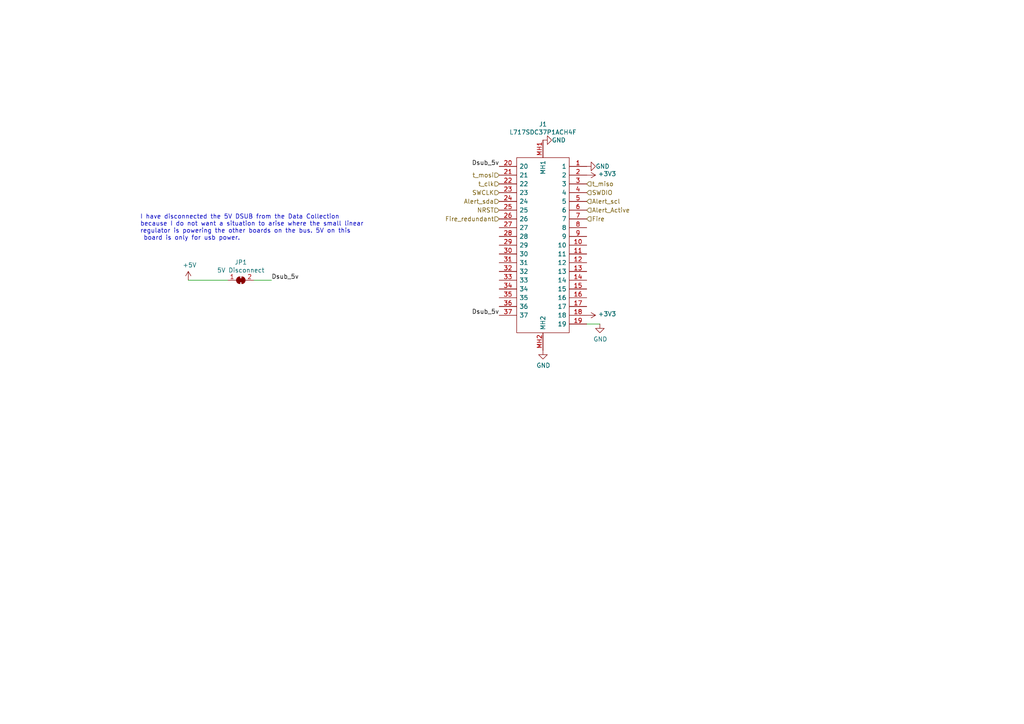
<source format=kicad_sch>
(kicad_sch (version 20211123) (generator eeschema)
  (paper "A4")
  (title_block (date "2021-12-06"))
  (lib_symbols
    (symbol "Data_Collection_KiCAD_Project-rescue:L717SDC37P1ACH4F-SamacSys_Parts-Charges_KiCAD_Project-rescue" (pin_names (offset 0.762))
      (property "Reference" "J" (at 57.15 12.7 0))
      (property "Value" "Data_Collection_KiCAD_Project-rescue_L717SDC37P1ACH4F-SamacSys_Parts-Charges_KiCAD_Project-rescue" (at 57.15 10.16 0))
      (symbol "L717SDC37P1ACH4F-SamacSys_Parts-Charges_KiCAD_Project-rescue_0_0"
        (pin passive line (at 7.62 12.7 270) (length 5.08) (name "1") (number "1"))
        (pin passive line (at 30.48 12.7 270) (length 5.08) (name "10") (number "10"))
        (pin passive line (at 33.02 12.7 270) (length 5.08) (name "11") (number "11"))
        (pin passive line (at 35.56 12.7 270) (length 5.08) (name "12") (number "12"))
        (pin passive line (at 38.1 12.7 270) (length 5.08) (name "13") (number "13"))
        (pin passive line (at 40.64 12.7 270) (length 5.08) (name "14") (number "14"))
        (pin passive line (at 43.18 12.7 270) (length 5.08) (name "15") (number "15"))
        (pin passive line (at 45.72 12.7 270) (length 5.08) (name "16") (number "16"))
        (pin passive line (at 48.26 12.7 270) (length 5.08) (name "17") (number "17"))
        (pin passive line (at 50.8 12.7 270) (length 5.08) (name "18") (number "18"))
        (pin passive line (at 53.34 12.7 270) (length 5.08) (name "19") (number "19"))
        (pin passive line (at 10.16 12.7 270) (length 5.08) (name "2") (number "2"))
        (pin passive line (at 7.62 -12.7 90) (length 5.08) (name "20") (number "20"))
        (pin passive line (at 10.16 -12.7 90) (length 5.08) (name "21") (number "21"))
        (pin passive line (at 12.7 -12.7 90) (length 5.08) (name "22") (number "22"))
        (pin passive line (at 15.24 -12.7 90) (length 5.08) (name "23") (number "23"))
        (pin passive line (at 17.78 -12.7 90) (length 5.08) (name "24") (number "24"))
        (pin passive line (at 20.32 -12.7 90) (length 5.08) (name "25") (number "25"))
        (pin passive line (at 22.86 -12.7 90) (length 5.08) (name "26") (number "26"))
        (pin passive line (at 25.4 -12.7 90) (length 5.08) (name "27") (number "27"))
        (pin passive line (at 27.94 -12.7 90) (length 5.08) (name "28") (number "28"))
        (pin passive line (at 30.48 -12.7 90) (length 5.08) (name "29") (number "29"))
        (pin passive line (at 12.7 12.7 270) (length 5.08) (name "3") (number "3"))
        (pin passive line (at 33.02 -12.7 90) (length 5.08) (name "30") (number "30"))
        (pin passive line (at 35.56 -12.7 90) (length 5.08) (name "31") (number "31"))
        (pin passive line (at 38.1 -12.7 90) (length 5.08) (name "32") (number "32"))
        (pin passive line (at 40.64 -12.7 90) (length 5.08) (name "33") (number "33"))
        (pin passive line (at 43.18 -12.7 90) (length 5.08) (name "34") (number "34"))
        (pin passive line (at 45.72 -12.7 90) (length 5.08) (name "35") (number "35"))
        (pin passive line (at 48.26 -12.7 90) (length 5.08) (name "36") (number "36"))
        (pin passive line (at 50.8 -12.7 90) (length 5.08) (name "37") (number "37"))
        (pin passive line (at 15.24 12.7 270) (length 5.08) (name "4") (number "4"))
        (pin passive line (at 17.78 12.7 270) (length 5.08) (name "5") (number "5"))
        (pin passive line (at 20.32 12.7 270) (length 5.08) (name "6") (number "6"))
        (pin passive line (at 22.86 12.7 270) (length 5.08) (name "7") (number "7"))
        (pin passive line (at 25.4 12.7 270) (length 5.08) (name "8") (number "8"))
        (pin passive line (at 27.94 12.7 270) (length 5.08) (name "9") (number "9"))
        (pin passive line (at 0 0 0) (length 5.08) (name "MH1") (number "MH1"))
        (pin passive line (at 60.96 0 180) (length 5.08) (name "MH2") (number "MH2"))
      )
      (symbol "L717SDC37P1ACH4F-SamacSys_Parts-Charges_KiCAD_Project-rescue_0_1"
        (polyline (pts (xy 5.08 7.62) (xy 55.88 7.62) (xy 55.88 -7.62) (xy 5.08 -7.62) (xy 5.08 7.62)) (stroke (width 0.1524)))
      )
    )
    (symbol "Jumper:SolderJumper_2_Bridged" (pin_names (offset 0) hide)
      (property "Reference" "JP" (at 0 2.032 0))
      (property "Value" "SolderJumper_2_Bridged" (at 0 -2.54 0))
      (symbol "SolderJumper_2_Bridged_0_1"
        (rectangle (start -0.508 0.508) (end 0.508 -0.508) (fill (type outline)))
        (arc (start -0.254 1.016) (mid -1.27 0) (end -0.254 -1.016))
        (arc (start -0.254 1.016) (mid -1.27 0) (end -0.254 -1.016) (fill (type outline)))
        (polyline (pts (xy -0.254 1.016) (xy -0.254 -1.016)))
        (polyline (pts (xy 0.254 1.016) (xy 0.254 -1.016)))
        (arc (start 0.254 -1.016) (mid 1.27 0) (end 0.254 1.016))
        (arc (start 0.254 -1.016) (mid 1.27 0) (end 0.254 1.016) (fill (type outline)))
      )
      (symbol "SolderJumper_2_Bridged_1_1"
        (pin passive line (at -3.81 0 0) (length 2.54) (name "A") (number "1"))
        (pin passive line (at 3.81 0 180) (length 2.54) (name "B") (number "2"))
      )
    )
    (symbol "power:+3.3V" (power) (pin_names (offset 0))
      (property "Value" "+3.3V" (at 0 3.556 0))
      (symbol "+3.3V_0_1"
        (polyline (pts (xy -0.762 1.27) (xy 0 2.54)))
        (polyline (pts (xy 0 0) (xy 0 2.54)))
        (polyline (pts (xy 0 2.54) (xy 0.762 1.27)))
      )
      (symbol "+3.3V_1_1"
        (pin power_in line (at 0 0 90) (length 0) hide (name "+3V3") (number "1"))
      )
    )
    (symbol "power:+5V" (power) (pin_names (offset 0))
      (property "Value" "+5V" (at 0 3.556 0))
      (symbol "+5V_0_1"
        (polyline (pts (xy -0.762 1.27) (xy 0 2.54)))
        (polyline (pts (xy 0 0) (xy 0 2.54)))
        (polyline (pts (xy 0 2.54) (xy 0.762 1.27)))
      )
      (symbol "+5V_1_1"
        (pin power_in line (at 0 0 90) (length 0) hide (name "+5V") (number "1"))
      )
    )
    (symbol "power:GND" (power) (pin_names (offset 0))
      (property "Value" "GND" (at 0 -3.81 0))
      (symbol "GND_0_1"
        (polyline (pts (xy 0 0) (xy 0 -1.27) (xy 1.27 -1.27) (xy 0 -2.54) (xy -1.27 -1.27) (xy 0 -1.27)))
      )
      (symbol "GND_1_1"
        (pin power_in line (at 0 0 270) (length 0) hide (name "GND") (number "1"))
      )
    )
  )
  (wire (pts (xy 73.66 81.28) (xy 78.74 81.28)))
  (wire (pts (xy 173.99 93.98) (xy 170.18 93.98)))
  (wire (pts (xy 66.04 81.28) (xy 54.61 81.28)))
  (text "I have disconnected the 5V DSUB from the Data Collection \nbecause I do not want a situation to arise where the small linear \nregulator is powering the other boards on the bus. 5V on this\n board is only for usb power." (at 40.64 69.85 0) (effects (font (size 1.27 1.27)) (justify left bottom)))
  (label "Dsub_5v" (at 144.78 48.26 180))
  (label "Dsub_5v" (at 144.78 91.44 180))
  (label "Dsub_5v" (at 78.74 81.28 0))
  (hierarchical_label "Alert_sda" (shape input) (at 144.78 58.42 180))
  (hierarchical_label "t_mosi" (shape input) (at 144.78 50.8 180))
  (hierarchical_label "Fire_redundant" (shape input) (at 144.78 63.5 180))
  (hierarchical_label "SWCLK" (shape input) (at 144.78 55.88 180))
  (hierarchical_label "Alert_Active" (shape input) (at 170.18 60.96 0))
  (hierarchical_label "t_clk" (shape input) (at 144.78 53.34 180))
  (hierarchical_label "Fire" (shape input) (at 170.18 63.5 0))
  (hierarchical_label "t_miso" (shape input) (at 170.18 53.34 0))
  (hierarchical_label "SWDIO" (shape input) (at 170.18 55.88 0))
  (hierarchical_label "Alert_scl" (shape input) (at 170.18 58.42 0))
  (hierarchical_label "NRST" (shape input) (at 144.78 60.96 180))
  (symbol (lib_id "power:+3.3V") (at 170.18 50.8 270) (mirror x) (unit 1)
    (property "Reference" "#PWR09" (effects hide))
    (property "Value" "+3.3V" (at 173.4312 50.419 90) (effects (justify left)))
  )
  (symbol (lib_id "power:+3.3V") (at 170.18 91.44 270) (mirror x) (unit 1)
    (property "Reference" "#PWR010" (effects hide))
    (property "Value" "+3.3V" (at 173.4312 91.059 90) (effects (justify left)))
  )
  (symbol (lib_id "Jumper:SolderJumper_2_Bridged") (at 69.85 81.28 0) (unit 1)
    (property "Reference" "JP1" (at 69.85 76.073 0))
    (property "Value" "5V Disconnect" (at 69.85 78.3844 0))
    (property "Footprint" "Jumper:SolderJumper-2_P1.3mm_Open_Pad1.0x1.5mm" (effects hide))
  )
  (symbol (lib_id "power:+5V") (at 54.61 81.28 0) (unit 1)
    (property "Reference" "#PWR05" (effects hide))
    (property "Value" "+5V" (at 54.991 76.8858 0))
  )
  (symbol (lib_id "power:GND") (at 173.99 93.98 0) (unit 1)
    (property "Reference" "#PWR011" (effects hide))
    (property "Value" "GND" (at 174.117 98.3742 0))
  )
  (symbol (lib_id "power:GND") (at 157.48 40.64 90) (unit 1)
    (property "Reference" "#PWR06" (effects hide))
    (property "Value" "GND" (at 160.02 40.64 90) (effects (justify right)))
  )
  (symbol (lib_id "Data_Collection_KiCAD_Project-rescue:L717SDC37P1ACH4F-SamacSys_Parts-Charges_KiCAD_Project-rescue") (at 157.48 40.64 270) (unit 1)
    (property "Reference" "J1" (at 157.48 36.0426 90))
    (property "Value" "L717SDC37P1ACH4F" (at 157.48 38.354 90))
    (property "Footprint" "RDT_Custom_Footprints:L717SDC37P1ACH4F" (effects hide))
    (property "Datasheet" "https://cdn.amphenol-icc.com/media/wysiwyg/files/drawing/l717sdxxxp1ach4f.pdf" (effects hide))
    (property "Description" "D-Sub Standard Connectors 37P Sz C Std Density Pin Screwlock 4-40" (effects hide))
    (property "Height" "12.93" (effects hide))
    (property "Mouser Part Number" "523-L717SDC37P1ACH4F" (effects hide))
    (property "Mouser Price/Stock" "https://www.mouser.co.uk/ProductDetail/Amphenol-Commercial-Products/L717SDC37P1ACH4F?qs=wLKqLMNa9uLzTtnbxoO2Ng%3D%3D" (effects hide))
    (property "Manufacturer_Name" "Amphenol" (effects hide))
    (property "Manufacturer_Part_Number" "L717SDC37P1ACH4F" (effects hide))
  )
  (symbol (lib_id "power:GND") (at 170.18 48.26 90) (unit 1)
    (property "Reference" "#PWR08" (effects hide))
    (property "Value" "GND" (at 172.72 48.26 90) (effects (justify right)))
  )
  (symbol (lib_id "power:GND") (at 157.48 101.6 0) (unit 1)
    (property "Reference" "#PWR07" (effects hide))
    (property "Value" "GND" (at 157.607 105.9942 0))
  )
)
</source>
